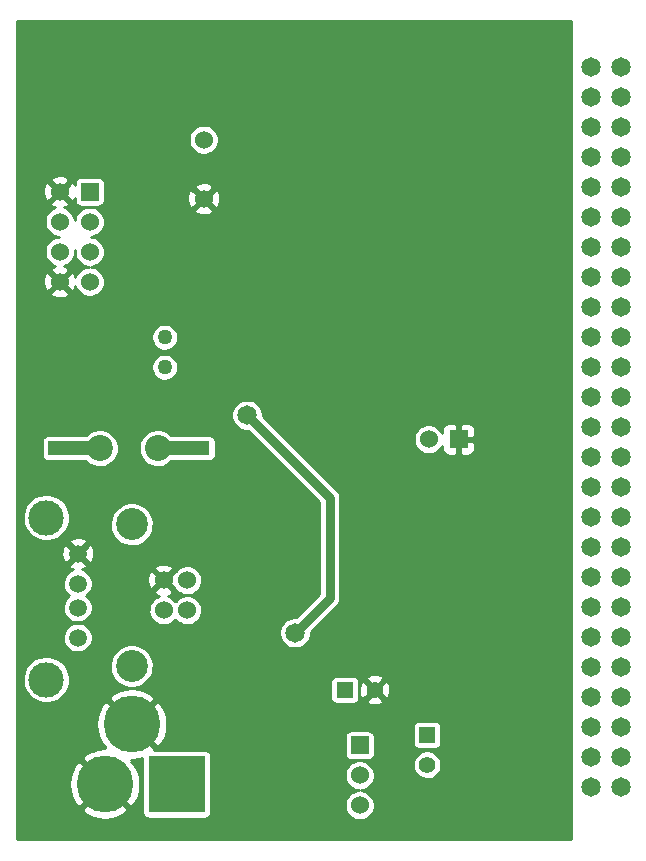
<source format=gbl>
G04 (created by PCBNEW-RS274X (2011-03-30 BZR 2932)-stable) date 28/04/2011 12:56:03 p.m.*
G01*
G70*
G90*
%MOIN*%
G04 Gerber Fmt 3.4, Leading zero omitted, Abs format*
%FSLAX34Y34*%
G04 APERTURE LIST*
%ADD10C,0.006000*%
%ADD11C,0.050000*%
%ADD12C,0.060000*%
%ADD13C,0.106300*%
%ADD14C,0.065000*%
%ADD15C,0.189000*%
%ADD16R,0.189000X0.189000*%
%ADD17R,0.060000X0.060000*%
%ADD18C,0.086600*%
%ADD19R,0.177200X0.047200*%
%ADD20C,0.059100*%
%ADD21C,0.118100*%
%ADD22R,0.055000X0.055000*%
%ADD23C,0.055000*%
%ADD24C,0.031500*%
%ADD25C,0.010000*%
G04 APERTURE END LIST*
G54D10*
G54D11*
X12700Y-16800D03*
X12700Y-15800D03*
G54D12*
X14000Y-09216D03*
X14000Y-11184D03*
X13450Y-23900D03*
X13450Y-24900D03*
X12663Y-24900D03*
X12663Y-23900D03*
G54D13*
X11600Y-22038D03*
X11600Y-26762D03*
G54D14*
X27900Y-18800D03*
X26900Y-18800D03*
X27900Y-17800D03*
X26900Y-17800D03*
X27900Y-16800D03*
X26900Y-16800D03*
X26900Y-13800D03*
X27900Y-13800D03*
X26900Y-14800D03*
X27900Y-14800D03*
X26900Y-15800D03*
X27900Y-15800D03*
X27900Y-09800D03*
X26900Y-09800D03*
X27900Y-08800D03*
X26900Y-08800D03*
X26900Y-10800D03*
X27900Y-10800D03*
X26900Y-11800D03*
X27900Y-11800D03*
X26900Y-12800D03*
X27900Y-12800D03*
X27900Y-24800D03*
X26900Y-24800D03*
X27900Y-23800D03*
X26900Y-23800D03*
X27900Y-22800D03*
X26900Y-22800D03*
X26900Y-19800D03*
X27900Y-19800D03*
X26900Y-20800D03*
X27900Y-20800D03*
X26900Y-21800D03*
X27900Y-21800D03*
X27900Y-27800D03*
X26900Y-27800D03*
X27900Y-26800D03*
X26900Y-26800D03*
X27900Y-25800D03*
X26900Y-25800D03*
X26900Y-06800D03*
X27900Y-06800D03*
X26900Y-07800D03*
X27900Y-07800D03*
X26900Y-28800D03*
X27900Y-28800D03*
X26900Y-29800D03*
X27900Y-29800D03*
X26900Y-30800D03*
X27900Y-30800D03*
G54D15*
X10700Y-30700D03*
G54D16*
X13100Y-30700D03*
G54D15*
X11600Y-28700D03*
G54D17*
X22500Y-19200D03*
G54D12*
X21500Y-19200D03*
G54D17*
X19200Y-29400D03*
G54D12*
X19200Y-30400D03*
X19200Y-31400D03*
G54D18*
X10535Y-19500D03*
G54D19*
X13311Y-19500D03*
X09689Y-19500D03*
G54D18*
X12465Y-19500D03*
G54D17*
X10200Y-10950D03*
G54D12*
X09200Y-10950D03*
X10200Y-11950D03*
X09200Y-11950D03*
X10200Y-12950D03*
X09200Y-12950D03*
X10200Y-13950D03*
X09200Y-13950D03*
G54D20*
X09803Y-23009D03*
X09803Y-24009D03*
X09803Y-24809D03*
X09803Y-25809D03*
G54D21*
X08753Y-21809D03*
X08753Y-27209D03*
G54D22*
X18700Y-27550D03*
G54D23*
X19700Y-27550D03*
G54D22*
X21450Y-29050D03*
G54D23*
X21450Y-30050D03*
G54D14*
X15450Y-18400D03*
X17050Y-25650D03*
X19800Y-20700D03*
X16550Y-10450D03*
X23300Y-14200D03*
X23150Y-20400D03*
X17425Y-23225D03*
X10200Y-15000D03*
X10200Y-17600D03*
X15125Y-20350D03*
G54D24*
X18200Y-21150D02*
X15450Y-18400D01*
X18200Y-24500D02*
X18200Y-21150D01*
X17050Y-25650D02*
X18200Y-24500D01*
G54D25*
X20100Y-20400D02*
X23150Y-20400D01*
X19800Y-20700D02*
X20100Y-20400D01*
X13800Y-17600D02*
X13800Y-13200D01*
X13800Y-13200D02*
X16550Y-10450D01*
X19600Y-10500D02*
X23300Y-14200D01*
X16550Y-10450D02*
X16600Y-10500D01*
X16600Y-10500D02*
X19600Y-10500D01*
X23300Y-20250D02*
X23300Y-14200D01*
X23150Y-20400D02*
X23300Y-20250D01*
X15125Y-20350D02*
X15125Y-20925D01*
X15125Y-20925D02*
X17425Y-23225D01*
X10200Y-17600D02*
X13800Y-17600D01*
X15125Y-18925D02*
X15125Y-20350D01*
X13800Y-17600D02*
X14500Y-18300D01*
X14500Y-18300D02*
X15125Y-18925D01*
X10200Y-15000D02*
X10200Y-17600D01*
X13311Y-19500D02*
X12465Y-19500D01*
X09689Y-19500D02*
X10535Y-19500D01*
G54D10*
G36*
X26250Y-32525D02*
X23050Y-32525D01*
X23050Y-19527D01*
X23050Y-19478D01*
X23050Y-19312D01*
X23050Y-19088D01*
X23050Y-18922D01*
X23050Y-18873D01*
X23040Y-18825D01*
X23021Y-18780D01*
X22993Y-18740D01*
X22958Y-18705D01*
X22917Y-18678D01*
X22872Y-18659D01*
X22824Y-18650D01*
X22612Y-18650D01*
X22550Y-18712D01*
X22550Y-19150D01*
X22988Y-19150D01*
X23050Y-19088D01*
X23050Y-19312D01*
X22988Y-19250D01*
X22550Y-19250D01*
X22550Y-19688D01*
X22612Y-19750D01*
X22824Y-19750D01*
X22872Y-19741D01*
X22917Y-19722D01*
X22958Y-19695D01*
X22993Y-19660D01*
X23021Y-19620D01*
X23040Y-19575D01*
X23050Y-19527D01*
X23050Y-32525D01*
X22450Y-32525D01*
X22450Y-19688D01*
X22450Y-19300D01*
X22450Y-19250D01*
X22450Y-19150D01*
X22450Y-19100D01*
X22450Y-18712D01*
X22388Y-18650D01*
X22176Y-18650D01*
X22128Y-18659D01*
X22083Y-18678D01*
X22042Y-18705D01*
X22007Y-18740D01*
X21979Y-18780D01*
X21960Y-18825D01*
X21950Y-18873D01*
X21950Y-18922D01*
X21950Y-18978D01*
X21944Y-18964D01*
X21889Y-18882D01*
X21820Y-18813D01*
X21739Y-18758D01*
X21649Y-18720D01*
X21553Y-18700D01*
X21454Y-18700D01*
X21358Y-18718D01*
X21267Y-18755D01*
X21185Y-18808D01*
X21115Y-18877D01*
X21060Y-18958D01*
X21021Y-19048D01*
X21001Y-19144D01*
X20999Y-19242D01*
X21017Y-19338D01*
X21053Y-19430D01*
X21106Y-19512D01*
X21174Y-19583D01*
X21255Y-19639D01*
X21345Y-19678D01*
X21440Y-19699D01*
X21539Y-19701D01*
X21635Y-19684D01*
X21726Y-19648D01*
X21809Y-19596D01*
X21880Y-19528D01*
X21937Y-19448D01*
X21950Y-19419D01*
X21950Y-19478D01*
X21950Y-19527D01*
X21960Y-19575D01*
X21979Y-19620D01*
X22007Y-19660D01*
X22042Y-19695D01*
X22083Y-19722D01*
X22128Y-19741D01*
X22176Y-19750D01*
X22388Y-19750D01*
X22450Y-19688D01*
X22450Y-32525D01*
X21925Y-32525D01*
X21925Y-30003D01*
X21924Y-29997D01*
X21924Y-29345D01*
X21924Y-29306D01*
X21924Y-28755D01*
X21916Y-28717D01*
X21901Y-28681D01*
X21880Y-28648D01*
X21852Y-28621D01*
X21820Y-28599D01*
X21784Y-28584D01*
X21745Y-28576D01*
X21706Y-28576D01*
X21155Y-28576D01*
X21117Y-28584D01*
X21081Y-28599D01*
X21048Y-28620D01*
X21021Y-28648D01*
X20999Y-28680D01*
X20984Y-28716D01*
X20976Y-28755D01*
X20976Y-28794D01*
X20976Y-29345D01*
X20984Y-29383D01*
X20999Y-29419D01*
X21020Y-29452D01*
X21048Y-29479D01*
X21080Y-29501D01*
X21116Y-29516D01*
X21155Y-29524D01*
X21194Y-29524D01*
X21745Y-29524D01*
X21783Y-29516D01*
X21819Y-29501D01*
X21852Y-29480D01*
X21879Y-29452D01*
X21901Y-29420D01*
X21916Y-29384D01*
X21924Y-29345D01*
X21924Y-29997D01*
X21907Y-29912D01*
X21871Y-29826D01*
X21820Y-29748D01*
X21754Y-29682D01*
X21677Y-29630D01*
X21591Y-29594D01*
X21499Y-29575D01*
X21406Y-29575D01*
X21315Y-29592D01*
X21228Y-29627D01*
X21151Y-29678D01*
X21084Y-29744D01*
X21032Y-29820D01*
X20995Y-29906D01*
X20976Y-29997D01*
X20974Y-30090D01*
X20991Y-30182D01*
X21026Y-30269D01*
X21076Y-30347D01*
X21141Y-30414D01*
X21218Y-30467D01*
X21303Y-30504D01*
X21394Y-30524D01*
X21487Y-30526D01*
X21579Y-30510D01*
X21666Y-30476D01*
X21744Y-30426D01*
X21812Y-30362D01*
X21865Y-30285D01*
X21903Y-30200D01*
X21924Y-30109D01*
X21925Y-30003D01*
X21925Y-32525D01*
X20225Y-32525D01*
X20225Y-27522D01*
X20209Y-27420D01*
X20174Y-27324D01*
X20152Y-27283D01*
X20061Y-27260D01*
X19990Y-27331D01*
X19990Y-27189D01*
X19967Y-27098D01*
X19874Y-27055D01*
X19774Y-27030D01*
X19672Y-27025D01*
X19570Y-27041D01*
X19474Y-27076D01*
X19433Y-27098D01*
X19410Y-27189D01*
X19700Y-27479D01*
X19990Y-27189D01*
X19990Y-27331D01*
X19771Y-27550D01*
X20061Y-27840D01*
X20152Y-27817D01*
X20195Y-27724D01*
X20220Y-27624D01*
X20225Y-27522D01*
X20225Y-32525D01*
X19990Y-32525D01*
X19990Y-27911D01*
X19700Y-27621D01*
X19629Y-27692D01*
X19629Y-27550D01*
X19339Y-27260D01*
X19248Y-27283D01*
X19205Y-27376D01*
X19180Y-27476D01*
X19175Y-27578D01*
X19191Y-27680D01*
X19226Y-27776D01*
X19248Y-27817D01*
X19339Y-27840D01*
X19629Y-27550D01*
X19629Y-27692D01*
X19410Y-27911D01*
X19433Y-28002D01*
X19526Y-28045D01*
X19626Y-28070D01*
X19728Y-28075D01*
X19830Y-28059D01*
X19926Y-28024D01*
X19967Y-28002D01*
X19990Y-27911D01*
X19990Y-32525D01*
X19700Y-32525D01*
X19700Y-31351D01*
X19681Y-31255D01*
X19644Y-31164D01*
X19589Y-31082D01*
X19520Y-31013D01*
X19439Y-30958D01*
X19349Y-30920D01*
X19253Y-30900D01*
X19244Y-30900D01*
X19335Y-30884D01*
X19426Y-30848D01*
X19509Y-30796D01*
X19580Y-30728D01*
X19637Y-30648D01*
X19677Y-30559D01*
X19698Y-30463D01*
X19700Y-30351D01*
X19699Y-30345D01*
X19699Y-29720D01*
X19699Y-29681D01*
X19699Y-29080D01*
X19691Y-29042D01*
X19676Y-29006D01*
X19655Y-28973D01*
X19627Y-28946D01*
X19595Y-28924D01*
X19559Y-28909D01*
X19520Y-28901D01*
X19481Y-28901D01*
X19174Y-28901D01*
X19174Y-27845D01*
X19174Y-27806D01*
X19174Y-27255D01*
X19166Y-27217D01*
X19151Y-27181D01*
X19130Y-27148D01*
X19102Y-27121D01*
X19070Y-27099D01*
X19034Y-27084D01*
X18995Y-27076D01*
X18956Y-27076D01*
X18557Y-27076D01*
X18557Y-24505D01*
X18557Y-24501D01*
X18557Y-24500D01*
X18557Y-21153D01*
X18557Y-21150D01*
X18555Y-21132D01*
X18551Y-21084D01*
X18550Y-21081D01*
X18532Y-21018D01*
X18530Y-21014D01*
X18524Y-21002D01*
X18499Y-20955D01*
X18497Y-20953D01*
X18497Y-20952D01*
X18479Y-20931D01*
X18456Y-20901D01*
X18454Y-20899D01*
X18453Y-20898D01*
X18447Y-20893D01*
X15972Y-18418D01*
X15974Y-18349D01*
X15954Y-18248D01*
X15915Y-18153D01*
X15858Y-18068D01*
X15786Y-17995D01*
X15701Y-17937D01*
X15606Y-17897D01*
X15505Y-17876D01*
X15403Y-17876D01*
X15302Y-17895D01*
X15206Y-17933D01*
X15120Y-17989D01*
X15047Y-18061D01*
X14989Y-18146D01*
X14948Y-18240D01*
X14927Y-18341D01*
X14925Y-18444D01*
X14944Y-18545D01*
X14982Y-18640D01*
X15037Y-18727D01*
X15108Y-18801D01*
X15193Y-18859D01*
X15287Y-18901D01*
X15387Y-18923D01*
X15470Y-18924D01*
X17843Y-21297D01*
X17843Y-24352D01*
X17069Y-25126D01*
X17003Y-25126D01*
X16902Y-25145D01*
X16806Y-25183D01*
X16720Y-25239D01*
X16647Y-25311D01*
X16589Y-25396D01*
X16548Y-25490D01*
X16527Y-25591D01*
X16525Y-25694D01*
X16544Y-25795D01*
X16582Y-25890D01*
X16637Y-25977D01*
X16708Y-26051D01*
X16793Y-26109D01*
X16887Y-26151D01*
X16987Y-26173D01*
X17090Y-26175D01*
X17191Y-26157D01*
X17287Y-26120D01*
X17374Y-26065D01*
X17448Y-25994D01*
X17508Y-25910D01*
X17549Y-25817D01*
X17572Y-25716D01*
X17573Y-25630D01*
X18449Y-24755D01*
X18450Y-24755D01*
X18450Y-24754D01*
X18452Y-24753D01*
X18459Y-24744D01*
X18495Y-24702D01*
X18496Y-24699D01*
X18528Y-24641D01*
X18529Y-24637D01*
X18549Y-24574D01*
X18549Y-24572D01*
X18550Y-24570D01*
X18553Y-24533D01*
X18557Y-24505D01*
X18557Y-27076D01*
X18405Y-27076D01*
X18367Y-27084D01*
X18331Y-27099D01*
X18298Y-27120D01*
X18271Y-27148D01*
X18249Y-27180D01*
X18234Y-27216D01*
X18226Y-27255D01*
X18226Y-27294D01*
X18226Y-27845D01*
X18234Y-27883D01*
X18249Y-27919D01*
X18270Y-27952D01*
X18298Y-27979D01*
X18330Y-28001D01*
X18366Y-28016D01*
X18405Y-28024D01*
X18444Y-28024D01*
X18995Y-28024D01*
X19033Y-28016D01*
X19069Y-28001D01*
X19102Y-27980D01*
X19129Y-27952D01*
X19151Y-27920D01*
X19166Y-27884D01*
X19174Y-27845D01*
X19174Y-28901D01*
X18880Y-28901D01*
X18842Y-28909D01*
X18806Y-28924D01*
X18773Y-28945D01*
X18746Y-28973D01*
X18724Y-29005D01*
X18709Y-29041D01*
X18701Y-29080D01*
X18701Y-29119D01*
X18701Y-29720D01*
X18709Y-29758D01*
X18724Y-29794D01*
X18745Y-29827D01*
X18773Y-29854D01*
X18805Y-29876D01*
X18841Y-29891D01*
X18880Y-29899D01*
X18919Y-29899D01*
X19520Y-29899D01*
X19558Y-29891D01*
X19594Y-29876D01*
X19627Y-29855D01*
X19654Y-29827D01*
X19676Y-29795D01*
X19691Y-29759D01*
X19699Y-29720D01*
X19699Y-30345D01*
X19681Y-30255D01*
X19644Y-30164D01*
X19589Y-30082D01*
X19520Y-30013D01*
X19439Y-29958D01*
X19349Y-29920D01*
X19253Y-29900D01*
X19154Y-29900D01*
X19058Y-29918D01*
X18967Y-29955D01*
X18885Y-30008D01*
X18815Y-30077D01*
X18760Y-30158D01*
X18721Y-30248D01*
X18701Y-30344D01*
X18699Y-30442D01*
X18717Y-30538D01*
X18753Y-30630D01*
X18806Y-30712D01*
X18874Y-30783D01*
X18955Y-30839D01*
X19045Y-30878D01*
X19140Y-30899D01*
X19189Y-30900D01*
X19154Y-30900D01*
X19058Y-30918D01*
X18967Y-30955D01*
X18885Y-31008D01*
X18815Y-31077D01*
X18760Y-31158D01*
X18721Y-31248D01*
X18701Y-31344D01*
X18699Y-31442D01*
X18717Y-31538D01*
X18753Y-31630D01*
X18806Y-31712D01*
X18874Y-31783D01*
X18955Y-31839D01*
X19045Y-31878D01*
X19140Y-31899D01*
X19239Y-31901D01*
X19335Y-31884D01*
X19426Y-31848D01*
X19509Y-31796D01*
X19580Y-31728D01*
X19637Y-31648D01*
X19677Y-31559D01*
X19698Y-31463D01*
X19700Y-31351D01*
X19700Y-32525D01*
X14549Y-32525D01*
X14549Y-11157D01*
X14533Y-11051D01*
X14500Y-10958D01*
X14500Y-09167D01*
X14481Y-09071D01*
X14444Y-08980D01*
X14389Y-08898D01*
X14320Y-08829D01*
X14239Y-08774D01*
X14149Y-08736D01*
X14053Y-08716D01*
X13954Y-08716D01*
X13858Y-08734D01*
X13767Y-08771D01*
X13685Y-08824D01*
X13615Y-08893D01*
X13560Y-08974D01*
X13521Y-09064D01*
X13501Y-09160D01*
X13499Y-09258D01*
X13517Y-09354D01*
X13553Y-09446D01*
X13606Y-09528D01*
X13674Y-09599D01*
X13755Y-09655D01*
X13845Y-09694D01*
X13940Y-09715D01*
X14039Y-09717D01*
X14135Y-09700D01*
X14226Y-09664D01*
X14309Y-09612D01*
X14380Y-09544D01*
X14437Y-09464D01*
X14477Y-09375D01*
X14498Y-09279D01*
X14500Y-09167D01*
X14500Y-10958D01*
X14497Y-10950D01*
X14472Y-10903D01*
X14378Y-10876D01*
X14308Y-10946D01*
X14308Y-10806D01*
X14281Y-10712D01*
X14184Y-10666D01*
X14080Y-10640D01*
X13973Y-10635D01*
X13867Y-10651D01*
X13766Y-10687D01*
X13719Y-10712D01*
X13692Y-10806D01*
X14000Y-11113D01*
X14308Y-10806D01*
X14308Y-10946D01*
X14071Y-11184D01*
X14378Y-11492D01*
X14472Y-11465D01*
X14518Y-11368D01*
X14544Y-11264D01*
X14549Y-11157D01*
X14549Y-32525D01*
X14396Y-32525D01*
X14396Y-19756D01*
X14396Y-19717D01*
X14396Y-19244D01*
X14388Y-19206D01*
X14373Y-19170D01*
X14352Y-19137D01*
X14324Y-19110D01*
X14308Y-19099D01*
X14308Y-11562D01*
X14000Y-11255D01*
X13929Y-11325D01*
X13929Y-11184D01*
X13622Y-10876D01*
X13528Y-10903D01*
X13482Y-11000D01*
X13456Y-11104D01*
X13451Y-11211D01*
X13467Y-11317D01*
X13503Y-11418D01*
X13528Y-11465D01*
X13622Y-11492D01*
X13929Y-11184D01*
X13929Y-11325D01*
X13692Y-11562D01*
X13719Y-11656D01*
X13816Y-11702D01*
X13920Y-11728D01*
X14027Y-11733D01*
X14133Y-11717D01*
X14234Y-11681D01*
X14281Y-11656D01*
X14308Y-11562D01*
X14308Y-19099D01*
X14292Y-19088D01*
X14256Y-19073D01*
X14217Y-19065D01*
X14178Y-19065D01*
X13150Y-19065D01*
X13150Y-16756D01*
X13150Y-15756D01*
X13133Y-15669D01*
X13099Y-15588D01*
X13050Y-15514D01*
X12988Y-15452D01*
X12915Y-15402D01*
X12834Y-15368D01*
X12747Y-15350D01*
X12659Y-15350D01*
X12572Y-15366D01*
X12491Y-15399D01*
X12417Y-15448D01*
X12354Y-15509D01*
X12304Y-15582D01*
X12269Y-15663D01*
X12251Y-15749D01*
X12249Y-15838D01*
X12265Y-15925D01*
X12298Y-16007D01*
X12346Y-16081D01*
X12407Y-16144D01*
X12479Y-16195D01*
X12560Y-16230D01*
X12646Y-16249D01*
X12735Y-16251D01*
X12821Y-16236D01*
X12904Y-16204D01*
X12978Y-16156D01*
X13042Y-16096D01*
X13093Y-16023D01*
X13129Y-15943D01*
X13149Y-15857D01*
X13150Y-15756D01*
X13150Y-16756D01*
X13133Y-16669D01*
X13099Y-16588D01*
X13050Y-16514D01*
X12988Y-16452D01*
X12915Y-16402D01*
X12834Y-16368D01*
X12747Y-16350D01*
X12659Y-16350D01*
X12572Y-16366D01*
X12491Y-16399D01*
X12417Y-16448D01*
X12354Y-16509D01*
X12304Y-16582D01*
X12269Y-16663D01*
X12251Y-16749D01*
X12249Y-16838D01*
X12265Y-16925D01*
X12298Y-17007D01*
X12346Y-17081D01*
X12407Y-17144D01*
X12479Y-17195D01*
X12560Y-17230D01*
X12646Y-17249D01*
X12735Y-17251D01*
X12821Y-17236D01*
X12904Y-17204D01*
X12978Y-17156D01*
X13042Y-17096D01*
X13093Y-17023D01*
X13129Y-16943D01*
X13149Y-16857D01*
X13150Y-16756D01*
X13150Y-19065D01*
X12925Y-19065D01*
X12870Y-19010D01*
X12768Y-18941D01*
X12653Y-18892D01*
X12532Y-18867D01*
X12407Y-18867D01*
X12285Y-18890D01*
X12170Y-18936D01*
X12067Y-19004D01*
X11978Y-19091D01*
X11908Y-19194D01*
X11859Y-19308D01*
X11833Y-19429D01*
X11831Y-19553D01*
X11854Y-19675D01*
X11899Y-19791D01*
X11967Y-19895D01*
X12053Y-19984D01*
X12155Y-20055D01*
X12268Y-20105D01*
X12390Y-20132D01*
X12514Y-20134D01*
X12636Y-20113D01*
X12752Y-20068D01*
X12857Y-20001D01*
X12926Y-19935D01*
X14217Y-19935D01*
X14255Y-19927D01*
X14291Y-19912D01*
X14324Y-19891D01*
X14351Y-19863D01*
X14373Y-19831D01*
X14388Y-19795D01*
X14396Y-19756D01*
X14396Y-32525D01*
X14244Y-32525D01*
X14244Y-31665D01*
X14244Y-31626D01*
X14244Y-29735D01*
X14236Y-29697D01*
X14221Y-29661D01*
X14200Y-29628D01*
X14172Y-29601D01*
X14140Y-29579D01*
X14104Y-29564D01*
X14065Y-29556D01*
X14026Y-29556D01*
X13950Y-29556D01*
X13950Y-24851D01*
X13931Y-24755D01*
X13894Y-24664D01*
X13839Y-24582D01*
X13770Y-24513D01*
X13689Y-24458D01*
X13599Y-24420D01*
X13503Y-24400D01*
X13494Y-24400D01*
X13585Y-24384D01*
X13676Y-24348D01*
X13759Y-24296D01*
X13830Y-24228D01*
X13887Y-24148D01*
X13927Y-24059D01*
X13948Y-23963D01*
X13950Y-23851D01*
X13931Y-23755D01*
X13894Y-23664D01*
X13839Y-23582D01*
X13770Y-23513D01*
X13689Y-23458D01*
X13599Y-23420D01*
X13503Y-23400D01*
X13404Y-23400D01*
X13308Y-23418D01*
X13217Y-23455D01*
X13135Y-23508D01*
X13065Y-23577D01*
X13052Y-23595D01*
X13041Y-23592D01*
X12971Y-23662D01*
X12971Y-23522D01*
X12944Y-23428D01*
X12847Y-23382D01*
X12743Y-23356D01*
X12636Y-23351D01*
X12530Y-23367D01*
X12429Y-23403D01*
X12382Y-23428D01*
X12355Y-23522D01*
X12663Y-23829D01*
X12971Y-23522D01*
X12971Y-23662D01*
X12734Y-23900D01*
X13041Y-24208D01*
X13051Y-24204D01*
X13056Y-24212D01*
X13124Y-24283D01*
X13205Y-24339D01*
X13295Y-24378D01*
X13390Y-24399D01*
X13439Y-24400D01*
X13404Y-24400D01*
X13308Y-24418D01*
X13217Y-24455D01*
X13135Y-24508D01*
X13065Y-24577D01*
X13056Y-24589D01*
X13052Y-24582D01*
X12983Y-24513D01*
X12902Y-24458D01*
X12821Y-24423D01*
X12897Y-24397D01*
X12944Y-24372D01*
X12971Y-24278D01*
X12663Y-23971D01*
X12592Y-24041D01*
X12592Y-23900D01*
X12330Y-23637D01*
X12330Y-21966D01*
X12302Y-21826D01*
X12247Y-21693D01*
X12168Y-21574D01*
X12067Y-21473D01*
X11949Y-21393D01*
X11817Y-21337D01*
X11676Y-21308D01*
X11533Y-21308D01*
X11392Y-21334D01*
X11260Y-21388D01*
X11168Y-21448D01*
X11168Y-19438D01*
X11144Y-19316D01*
X11097Y-19201D01*
X11028Y-19098D01*
X10940Y-19010D01*
X10838Y-18941D01*
X10723Y-18892D01*
X10700Y-18887D01*
X10700Y-13901D01*
X10681Y-13805D01*
X10644Y-13714D01*
X10589Y-13632D01*
X10520Y-13563D01*
X10439Y-13508D01*
X10349Y-13470D01*
X10253Y-13450D01*
X10244Y-13450D01*
X10335Y-13434D01*
X10426Y-13398D01*
X10509Y-13346D01*
X10580Y-13278D01*
X10637Y-13198D01*
X10677Y-13109D01*
X10698Y-13013D01*
X10700Y-12901D01*
X10681Y-12805D01*
X10644Y-12714D01*
X10589Y-12632D01*
X10520Y-12563D01*
X10439Y-12508D01*
X10349Y-12470D01*
X10253Y-12450D01*
X10244Y-12450D01*
X10335Y-12434D01*
X10426Y-12398D01*
X10509Y-12346D01*
X10580Y-12278D01*
X10637Y-12198D01*
X10677Y-12109D01*
X10698Y-12013D01*
X10700Y-11901D01*
X10699Y-11895D01*
X10699Y-11270D01*
X10699Y-11231D01*
X10699Y-10630D01*
X10691Y-10592D01*
X10676Y-10556D01*
X10655Y-10523D01*
X10627Y-10496D01*
X10595Y-10474D01*
X10559Y-10459D01*
X10520Y-10451D01*
X10481Y-10451D01*
X09880Y-10451D01*
X09842Y-10459D01*
X09806Y-10474D01*
X09773Y-10495D01*
X09746Y-10523D01*
X09724Y-10555D01*
X09709Y-10591D01*
X09701Y-10630D01*
X09701Y-10669D01*
X09701Y-10727D01*
X09697Y-10716D01*
X09672Y-10669D01*
X09578Y-10642D01*
X09508Y-10712D01*
X09508Y-10572D01*
X09481Y-10478D01*
X09384Y-10432D01*
X09280Y-10406D01*
X09173Y-10401D01*
X09067Y-10417D01*
X08966Y-10453D01*
X08919Y-10478D01*
X08892Y-10572D01*
X09200Y-10879D01*
X09508Y-10572D01*
X09508Y-10712D01*
X09271Y-10950D01*
X09578Y-11258D01*
X09672Y-11231D01*
X09701Y-11169D01*
X09701Y-11270D01*
X09709Y-11308D01*
X09724Y-11344D01*
X09745Y-11377D01*
X09773Y-11404D01*
X09805Y-11426D01*
X09841Y-11441D01*
X09880Y-11449D01*
X09919Y-11449D01*
X10520Y-11449D01*
X10558Y-11441D01*
X10594Y-11426D01*
X10627Y-11405D01*
X10654Y-11377D01*
X10676Y-11345D01*
X10691Y-11309D01*
X10699Y-11270D01*
X10699Y-11895D01*
X10681Y-11805D01*
X10644Y-11714D01*
X10589Y-11632D01*
X10520Y-11563D01*
X10439Y-11508D01*
X10349Y-11470D01*
X10253Y-11450D01*
X10154Y-11450D01*
X10058Y-11468D01*
X09967Y-11505D01*
X09885Y-11558D01*
X09815Y-11627D01*
X09760Y-11708D01*
X09721Y-11798D01*
X09701Y-11894D01*
X09700Y-11901D01*
X09681Y-11805D01*
X09644Y-11714D01*
X09589Y-11632D01*
X09520Y-11563D01*
X09439Y-11508D01*
X09358Y-11473D01*
X09434Y-11447D01*
X09481Y-11422D01*
X09508Y-11328D01*
X09200Y-11021D01*
X09129Y-11091D01*
X09129Y-10950D01*
X08822Y-10642D01*
X08728Y-10669D01*
X08682Y-10766D01*
X08656Y-10870D01*
X08651Y-10977D01*
X08667Y-11083D01*
X08703Y-11184D01*
X08728Y-11231D01*
X08822Y-11258D01*
X09129Y-10950D01*
X09129Y-11091D01*
X08892Y-11328D01*
X08919Y-11422D01*
X09016Y-11468D01*
X09042Y-11474D01*
X08967Y-11505D01*
X08885Y-11558D01*
X08815Y-11627D01*
X08760Y-11708D01*
X08721Y-11798D01*
X08701Y-11894D01*
X08699Y-11992D01*
X08717Y-12088D01*
X08753Y-12180D01*
X08806Y-12262D01*
X08874Y-12333D01*
X08955Y-12389D01*
X09045Y-12428D01*
X09140Y-12449D01*
X09189Y-12450D01*
X09154Y-12450D01*
X09058Y-12468D01*
X08967Y-12505D01*
X08885Y-12558D01*
X08815Y-12627D01*
X08760Y-12708D01*
X08721Y-12798D01*
X08701Y-12894D01*
X08699Y-12992D01*
X08717Y-13088D01*
X08753Y-13180D01*
X08806Y-13262D01*
X08874Y-13333D01*
X08955Y-13389D01*
X09041Y-13426D01*
X08966Y-13453D01*
X08919Y-13478D01*
X08892Y-13572D01*
X09200Y-13879D01*
X09508Y-13572D01*
X09481Y-13478D01*
X09384Y-13432D01*
X09357Y-13425D01*
X09426Y-13398D01*
X09509Y-13346D01*
X09580Y-13278D01*
X09637Y-13198D01*
X09677Y-13109D01*
X09698Y-13013D01*
X09700Y-12901D01*
X09699Y-12992D01*
X09717Y-13088D01*
X09753Y-13180D01*
X09806Y-13262D01*
X09874Y-13333D01*
X09955Y-13389D01*
X10045Y-13428D01*
X10140Y-13449D01*
X10189Y-13450D01*
X10154Y-13450D01*
X10058Y-13468D01*
X09967Y-13505D01*
X09885Y-13558D01*
X09815Y-13627D01*
X09760Y-13708D01*
X09723Y-13791D01*
X09697Y-13716D01*
X09672Y-13669D01*
X09578Y-13642D01*
X09271Y-13950D01*
X09578Y-14258D01*
X09672Y-14231D01*
X09718Y-14134D01*
X09724Y-14107D01*
X09753Y-14180D01*
X09806Y-14262D01*
X09874Y-14333D01*
X09955Y-14389D01*
X10045Y-14428D01*
X10140Y-14449D01*
X10239Y-14451D01*
X10335Y-14434D01*
X10426Y-14398D01*
X10509Y-14346D01*
X10580Y-14278D01*
X10637Y-14198D01*
X10677Y-14109D01*
X10698Y-14013D01*
X10700Y-13901D01*
X10700Y-18887D01*
X10602Y-18867D01*
X10477Y-18867D01*
X10355Y-18890D01*
X10240Y-18936D01*
X10137Y-19004D01*
X10074Y-19065D01*
X09508Y-19065D01*
X09508Y-14328D01*
X09200Y-14021D01*
X09129Y-14091D01*
X09129Y-13950D01*
X08822Y-13642D01*
X08728Y-13669D01*
X08682Y-13766D01*
X08656Y-13870D01*
X08651Y-13977D01*
X08667Y-14083D01*
X08703Y-14184D01*
X08728Y-14231D01*
X08822Y-14258D01*
X09129Y-13950D01*
X09129Y-14091D01*
X08892Y-14328D01*
X08919Y-14422D01*
X09016Y-14468D01*
X09120Y-14494D01*
X09227Y-14499D01*
X09333Y-14483D01*
X09434Y-14447D01*
X09481Y-14422D01*
X09508Y-14328D01*
X09508Y-19065D01*
X08783Y-19065D01*
X08745Y-19073D01*
X08709Y-19088D01*
X08676Y-19109D01*
X08649Y-19137D01*
X08627Y-19169D01*
X08612Y-19205D01*
X08604Y-19244D01*
X08604Y-19283D01*
X08604Y-19756D01*
X08612Y-19794D01*
X08627Y-19830D01*
X08648Y-19863D01*
X08676Y-19890D01*
X08708Y-19912D01*
X08744Y-19927D01*
X08783Y-19935D01*
X08822Y-19935D01*
X10075Y-19935D01*
X10123Y-19984D01*
X10225Y-20055D01*
X10338Y-20105D01*
X10460Y-20132D01*
X10584Y-20134D01*
X10706Y-20113D01*
X10822Y-20068D01*
X10927Y-20001D01*
X11016Y-19916D01*
X11088Y-19814D01*
X11138Y-19701D01*
X11166Y-19580D01*
X11168Y-19438D01*
X11168Y-21448D01*
X11140Y-21467D01*
X11038Y-21567D01*
X10957Y-21685D01*
X10901Y-21817D01*
X10871Y-21957D01*
X10869Y-22100D01*
X10895Y-22241D01*
X10948Y-22374D01*
X11025Y-22494D01*
X11125Y-22597D01*
X11243Y-22679D01*
X11374Y-22736D01*
X11514Y-22766D01*
X11657Y-22769D01*
X11798Y-22744D01*
X11931Y-22693D01*
X12052Y-22616D01*
X12156Y-22517D01*
X12238Y-22400D01*
X12296Y-22269D01*
X12328Y-22130D01*
X12330Y-21966D01*
X12330Y-23637D01*
X12285Y-23592D01*
X12191Y-23619D01*
X12145Y-23716D01*
X12119Y-23820D01*
X12114Y-23927D01*
X12130Y-24033D01*
X12166Y-24134D01*
X12191Y-24181D01*
X12285Y-24208D01*
X12592Y-23900D01*
X12592Y-24041D01*
X12355Y-24278D01*
X12382Y-24372D01*
X12479Y-24418D01*
X12505Y-24424D01*
X12430Y-24455D01*
X12348Y-24508D01*
X12278Y-24577D01*
X12223Y-24658D01*
X12184Y-24748D01*
X12164Y-24844D01*
X12162Y-24942D01*
X12180Y-25038D01*
X12216Y-25130D01*
X12269Y-25212D01*
X12337Y-25283D01*
X12418Y-25339D01*
X12508Y-25378D01*
X12603Y-25399D01*
X12702Y-25401D01*
X12798Y-25384D01*
X12889Y-25348D01*
X12972Y-25296D01*
X13043Y-25228D01*
X13055Y-25210D01*
X13056Y-25212D01*
X13124Y-25283D01*
X13205Y-25339D01*
X13295Y-25378D01*
X13390Y-25399D01*
X13489Y-25401D01*
X13585Y-25384D01*
X13676Y-25348D01*
X13759Y-25296D01*
X13830Y-25228D01*
X13887Y-25148D01*
X13927Y-25059D01*
X13948Y-24963D01*
X13950Y-24851D01*
X13950Y-29556D01*
X12794Y-29556D01*
X12794Y-28700D01*
X12771Y-28468D01*
X12704Y-28245D01*
X12594Y-28040D01*
X12435Y-27936D01*
X12364Y-28007D01*
X12364Y-27865D01*
X12330Y-27813D01*
X12330Y-26690D01*
X12302Y-26550D01*
X12247Y-26417D01*
X12168Y-26298D01*
X12067Y-26197D01*
X11949Y-26117D01*
X11817Y-26061D01*
X11676Y-26032D01*
X11533Y-26032D01*
X11392Y-26058D01*
X11260Y-26112D01*
X11140Y-26191D01*
X11038Y-26291D01*
X10957Y-26409D01*
X10901Y-26541D01*
X10871Y-26681D01*
X10869Y-26824D01*
X10895Y-26965D01*
X10948Y-27098D01*
X11025Y-27218D01*
X11125Y-27321D01*
X11243Y-27403D01*
X11374Y-27460D01*
X11514Y-27490D01*
X11657Y-27493D01*
X11798Y-27468D01*
X11931Y-27417D01*
X12052Y-27340D01*
X12156Y-27241D01*
X12238Y-27124D01*
X12296Y-26993D01*
X12328Y-26854D01*
X12330Y-26690D01*
X12330Y-27813D01*
X12260Y-27706D01*
X12055Y-27596D01*
X11832Y-27529D01*
X11600Y-27506D01*
X11368Y-27529D01*
X11145Y-27596D01*
X10940Y-27706D01*
X10836Y-27865D01*
X11600Y-28629D01*
X12364Y-27865D01*
X12364Y-28007D01*
X11671Y-28700D01*
X12435Y-29464D01*
X12594Y-29360D01*
X12704Y-29155D01*
X12771Y-28932D01*
X12794Y-28700D01*
X12794Y-29556D01*
X12350Y-29556D01*
X12364Y-29535D01*
X11635Y-28806D01*
X11600Y-28771D01*
X11529Y-28700D01*
X11494Y-28665D01*
X10765Y-27936D01*
X10606Y-28040D01*
X10496Y-28245D01*
X10429Y-28468D01*
X10406Y-28700D01*
X10429Y-28932D01*
X10496Y-29155D01*
X10606Y-29360D01*
X10722Y-29436D01*
X10681Y-29478D01*
X10709Y-29506D01*
X10700Y-29506D01*
X10468Y-29529D01*
X10347Y-29565D01*
X10347Y-22982D01*
X10332Y-22877D01*
X10297Y-22777D01*
X10271Y-22730D01*
X10178Y-22705D01*
X10107Y-22776D01*
X10107Y-22634D01*
X10082Y-22541D01*
X09985Y-22496D01*
X09882Y-22470D01*
X09776Y-22465D01*
X09671Y-22480D01*
X09571Y-22515D01*
X09542Y-22531D01*
X09542Y-21732D01*
X09512Y-21580D01*
X09453Y-21437D01*
X09368Y-21308D01*
X09259Y-21198D01*
X09130Y-21112D01*
X08988Y-21052D01*
X08836Y-21021D01*
X08682Y-21019D01*
X08530Y-21048D01*
X08386Y-21106D01*
X08257Y-21191D01*
X08146Y-21299D01*
X08058Y-21427D01*
X07997Y-21569D01*
X07965Y-21720D01*
X07963Y-21875D01*
X07991Y-22027D01*
X08048Y-22171D01*
X08132Y-22301D01*
X08239Y-22412D01*
X08366Y-22501D01*
X08508Y-22563D01*
X08659Y-22596D01*
X08813Y-22599D01*
X08966Y-22573D01*
X09110Y-22517D01*
X09241Y-22434D01*
X09353Y-22327D01*
X09442Y-22201D01*
X09505Y-22060D01*
X09539Y-21909D01*
X09542Y-21732D01*
X09542Y-22531D01*
X09524Y-22541D01*
X09499Y-22634D01*
X09803Y-22938D01*
X10107Y-22634D01*
X10107Y-22776D01*
X09874Y-23009D01*
X10178Y-23313D01*
X10271Y-23288D01*
X10316Y-23191D01*
X10342Y-23088D01*
X10347Y-22982D01*
X10347Y-29565D01*
X10298Y-29580D01*
X10298Y-25761D01*
X10298Y-24761D01*
X10279Y-24666D01*
X10242Y-24576D01*
X10189Y-24495D01*
X10120Y-24426D01*
X10095Y-24409D01*
X10109Y-24401D01*
X10179Y-24334D01*
X10235Y-24255D01*
X10275Y-24166D01*
X10296Y-24072D01*
X10298Y-23961D01*
X10279Y-23866D01*
X10242Y-23776D01*
X10189Y-23695D01*
X10120Y-23626D01*
X10040Y-23572D01*
X09951Y-23534D01*
X09948Y-23533D01*
X10035Y-23503D01*
X10082Y-23477D01*
X10107Y-23384D01*
X09803Y-23080D01*
X09732Y-23151D01*
X09732Y-23009D01*
X09428Y-22705D01*
X09335Y-22730D01*
X09290Y-22827D01*
X09264Y-22930D01*
X09259Y-23036D01*
X09274Y-23141D01*
X09309Y-23241D01*
X09335Y-23288D01*
X09428Y-23313D01*
X09732Y-23009D01*
X09732Y-23151D01*
X09499Y-23384D01*
X09524Y-23477D01*
X09621Y-23522D01*
X09662Y-23532D01*
X09573Y-23568D01*
X09492Y-23621D01*
X09422Y-23689D01*
X09367Y-23769D01*
X09329Y-23858D01*
X09309Y-23953D01*
X09307Y-24050D01*
X09325Y-24146D01*
X09360Y-24236D01*
X09413Y-24317D01*
X09480Y-24387D01*
X09510Y-24408D01*
X09492Y-24421D01*
X09422Y-24489D01*
X09367Y-24569D01*
X09329Y-24658D01*
X09309Y-24753D01*
X09307Y-24850D01*
X09325Y-24946D01*
X09360Y-25036D01*
X09413Y-25117D01*
X09480Y-25187D01*
X09560Y-25243D01*
X09649Y-25282D01*
X09744Y-25303D01*
X09841Y-25305D01*
X09936Y-25288D01*
X10027Y-25253D01*
X10109Y-25201D01*
X10179Y-25134D01*
X10235Y-25055D01*
X10275Y-24966D01*
X10296Y-24872D01*
X10298Y-24761D01*
X10298Y-25761D01*
X10279Y-25666D01*
X10242Y-25576D01*
X10189Y-25495D01*
X10120Y-25426D01*
X10040Y-25372D01*
X09951Y-25334D01*
X09856Y-25314D01*
X09758Y-25314D01*
X09663Y-25332D01*
X09573Y-25368D01*
X09492Y-25421D01*
X09422Y-25489D01*
X09367Y-25569D01*
X09329Y-25658D01*
X09309Y-25753D01*
X09307Y-25850D01*
X09325Y-25946D01*
X09360Y-26036D01*
X09413Y-26117D01*
X09480Y-26187D01*
X09560Y-26243D01*
X09649Y-26282D01*
X09744Y-26303D01*
X09841Y-26305D01*
X09936Y-26288D01*
X10027Y-26253D01*
X10109Y-26201D01*
X10179Y-26134D01*
X10235Y-26055D01*
X10275Y-25966D01*
X10296Y-25872D01*
X10298Y-25761D01*
X10298Y-29580D01*
X10245Y-29596D01*
X10040Y-29706D01*
X09936Y-29865D01*
X10665Y-30594D01*
X10700Y-30629D01*
X10771Y-30700D01*
X10806Y-30735D01*
X11535Y-31464D01*
X11694Y-31360D01*
X11804Y-31155D01*
X11871Y-30932D01*
X11894Y-30700D01*
X11871Y-30468D01*
X11804Y-30245D01*
X11694Y-30040D01*
X11577Y-29963D01*
X11619Y-29922D01*
X11590Y-29893D01*
X11600Y-29894D01*
X11832Y-29871D01*
X11956Y-29833D01*
X11956Y-31665D01*
X11964Y-31703D01*
X11979Y-31739D01*
X12000Y-31772D01*
X12028Y-31799D01*
X12060Y-31821D01*
X12096Y-31836D01*
X12135Y-31844D01*
X12174Y-31844D01*
X14065Y-31844D01*
X14103Y-31836D01*
X14139Y-31821D01*
X14172Y-31800D01*
X14199Y-31772D01*
X14221Y-31740D01*
X14236Y-31704D01*
X14244Y-31665D01*
X14244Y-32525D01*
X11894Y-32525D01*
X11464Y-32525D01*
X11464Y-31535D01*
X10700Y-30771D01*
X10629Y-30842D01*
X10629Y-30700D01*
X09865Y-29936D01*
X09706Y-30040D01*
X09596Y-30245D01*
X09542Y-30424D01*
X09542Y-27132D01*
X09512Y-26980D01*
X09453Y-26837D01*
X09368Y-26708D01*
X09259Y-26598D01*
X09130Y-26512D01*
X08988Y-26452D01*
X08836Y-26421D01*
X08682Y-26419D01*
X08530Y-26448D01*
X08386Y-26506D01*
X08257Y-26591D01*
X08146Y-26699D01*
X08058Y-26827D01*
X07997Y-26969D01*
X07965Y-27120D01*
X07963Y-27275D01*
X07991Y-27427D01*
X08048Y-27571D01*
X08132Y-27701D01*
X08239Y-27812D01*
X08366Y-27901D01*
X08508Y-27963D01*
X08659Y-27996D01*
X08813Y-27999D01*
X08966Y-27973D01*
X09110Y-27917D01*
X09241Y-27834D01*
X09353Y-27727D01*
X09442Y-27601D01*
X09505Y-27460D01*
X09539Y-27309D01*
X09542Y-27132D01*
X09542Y-30424D01*
X09529Y-30468D01*
X09506Y-30700D01*
X09529Y-30932D01*
X09596Y-31155D01*
X09706Y-31360D01*
X09865Y-31464D01*
X10629Y-30700D01*
X10629Y-30842D01*
X09936Y-31535D01*
X10040Y-31694D01*
X10245Y-31804D01*
X10468Y-31871D01*
X10700Y-31894D01*
X10932Y-31871D01*
X11155Y-31804D01*
X11360Y-31694D01*
X11464Y-31535D01*
X11464Y-32525D01*
X07775Y-32525D01*
X07775Y-07304D01*
X07775Y-07300D01*
X07775Y-05275D01*
X09996Y-05275D01*
X10000Y-05275D01*
X26250Y-05275D01*
X26250Y-32525D01*
X26250Y-32525D01*
G37*
G54D25*
X26250Y-32525D02*
X23050Y-32525D01*
X23050Y-19527D01*
X23050Y-19478D01*
X23050Y-19312D01*
X23050Y-19088D01*
X23050Y-18922D01*
X23050Y-18873D01*
X23040Y-18825D01*
X23021Y-18780D01*
X22993Y-18740D01*
X22958Y-18705D01*
X22917Y-18678D01*
X22872Y-18659D01*
X22824Y-18650D01*
X22612Y-18650D01*
X22550Y-18712D01*
X22550Y-19150D01*
X22988Y-19150D01*
X23050Y-19088D01*
X23050Y-19312D01*
X22988Y-19250D01*
X22550Y-19250D01*
X22550Y-19688D01*
X22612Y-19750D01*
X22824Y-19750D01*
X22872Y-19741D01*
X22917Y-19722D01*
X22958Y-19695D01*
X22993Y-19660D01*
X23021Y-19620D01*
X23040Y-19575D01*
X23050Y-19527D01*
X23050Y-32525D01*
X22450Y-32525D01*
X22450Y-19688D01*
X22450Y-19300D01*
X22450Y-19250D01*
X22450Y-19150D01*
X22450Y-19100D01*
X22450Y-18712D01*
X22388Y-18650D01*
X22176Y-18650D01*
X22128Y-18659D01*
X22083Y-18678D01*
X22042Y-18705D01*
X22007Y-18740D01*
X21979Y-18780D01*
X21960Y-18825D01*
X21950Y-18873D01*
X21950Y-18922D01*
X21950Y-18978D01*
X21944Y-18964D01*
X21889Y-18882D01*
X21820Y-18813D01*
X21739Y-18758D01*
X21649Y-18720D01*
X21553Y-18700D01*
X21454Y-18700D01*
X21358Y-18718D01*
X21267Y-18755D01*
X21185Y-18808D01*
X21115Y-18877D01*
X21060Y-18958D01*
X21021Y-19048D01*
X21001Y-19144D01*
X20999Y-19242D01*
X21017Y-19338D01*
X21053Y-19430D01*
X21106Y-19512D01*
X21174Y-19583D01*
X21255Y-19639D01*
X21345Y-19678D01*
X21440Y-19699D01*
X21539Y-19701D01*
X21635Y-19684D01*
X21726Y-19648D01*
X21809Y-19596D01*
X21880Y-19528D01*
X21937Y-19448D01*
X21950Y-19419D01*
X21950Y-19478D01*
X21950Y-19527D01*
X21960Y-19575D01*
X21979Y-19620D01*
X22007Y-19660D01*
X22042Y-19695D01*
X22083Y-19722D01*
X22128Y-19741D01*
X22176Y-19750D01*
X22388Y-19750D01*
X22450Y-19688D01*
X22450Y-32525D01*
X21925Y-32525D01*
X21925Y-30003D01*
X21924Y-29997D01*
X21924Y-29345D01*
X21924Y-29306D01*
X21924Y-28755D01*
X21916Y-28717D01*
X21901Y-28681D01*
X21880Y-28648D01*
X21852Y-28621D01*
X21820Y-28599D01*
X21784Y-28584D01*
X21745Y-28576D01*
X21706Y-28576D01*
X21155Y-28576D01*
X21117Y-28584D01*
X21081Y-28599D01*
X21048Y-28620D01*
X21021Y-28648D01*
X20999Y-28680D01*
X20984Y-28716D01*
X20976Y-28755D01*
X20976Y-28794D01*
X20976Y-29345D01*
X20984Y-29383D01*
X20999Y-29419D01*
X21020Y-29452D01*
X21048Y-29479D01*
X21080Y-29501D01*
X21116Y-29516D01*
X21155Y-29524D01*
X21194Y-29524D01*
X21745Y-29524D01*
X21783Y-29516D01*
X21819Y-29501D01*
X21852Y-29480D01*
X21879Y-29452D01*
X21901Y-29420D01*
X21916Y-29384D01*
X21924Y-29345D01*
X21924Y-29997D01*
X21907Y-29912D01*
X21871Y-29826D01*
X21820Y-29748D01*
X21754Y-29682D01*
X21677Y-29630D01*
X21591Y-29594D01*
X21499Y-29575D01*
X21406Y-29575D01*
X21315Y-29592D01*
X21228Y-29627D01*
X21151Y-29678D01*
X21084Y-29744D01*
X21032Y-29820D01*
X20995Y-29906D01*
X20976Y-29997D01*
X20974Y-30090D01*
X20991Y-30182D01*
X21026Y-30269D01*
X21076Y-30347D01*
X21141Y-30414D01*
X21218Y-30467D01*
X21303Y-30504D01*
X21394Y-30524D01*
X21487Y-30526D01*
X21579Y-30510D01*
X21666Y-30476D01*
X21744Y-30426D01*
X21812Y-30362D01*
X21865Y-30285D01*
X21903Y-30200D01*
X21924Y-30109D01*
X21925Y-30003D01*
X21925Y-32525D01*
X20225Y-32525D01*
X20225Y-27522D01*
X20209Y-27420D01*
X20174Y-27324D01*
X20152Y-27283D01*
X20061Y-27260D01*
X19990Y-27331D01*
X19990Y-27189D01*
X19967Y-27098D01*
X19874Y-27055D01*
X19774Y-27030D01*
X19672Y-27025D01*
X19570Y-27041D01*
X19474Y-27076D01*
X19433Y-27098D01*
X19410Y-27189D01*
X19700Y-27479D01*
X19990Y-27189D01*
X19990Y-27331D01*
X19771Y-27550D01*
X20061Y-27840D01*
X20152Y-27817D01*
X20195Y-27724D01*
X20220Y-27624D01*
X20225Y-27522D01*
X20225Y-32525D01*
X19990Y-32525D01*
X19990Y-27911D01*
X19700Y-27621D01*
X19629Y-27692D01*
X19629Y-27550D01*
X19339Y-27260D01*
X19248Y-27283D01*
X19205Y-27376D01*
X19180Y-27476D01*
X19175Y-27578D01*
X19191Y-27680D01*
X19226Y-27776D01*
X19248Y-27817D01*
X19339Y-27840D01*
X19629Y-27550D01*
X19629Y-27692D01*
X19410Y-27911D01*
X19433Y-28002D01*
X19526Y-28045D01*
X19626Y-28070D01*
X19728Y-28075D01*
X19830Y-28059D01*
X19926Y-28024D01*
X19967Y-28002D01*
X19990Y-27911D01*
X19990Y-32525D01*
X19700Y-32525D01*
X19700Y-31351D01*
X19681Y-31255D01*
X19644Y-31164D01*
X19589Y-31082D01*
X19520Y-31013D01*
X19439Y-30958D01*
X19349Y-30920D01*
X19253Y-30900D01*
X19244Y-30900D01*
X19335Y-30884D01*
X19426Y-30848D01*
X19509Y-30796D01*
X19580Y-30728D01*
X19637Y-30648D01*
X19677Y-30559D01*
X19698Y-30463D01*
X19700Y-30351D01*
X19699Y-30345D01*
X19699Y-29720D01*
X19699Y-29681D01*
X19699Y-29080D01*
X19691Y-29042D01*
X19676Y-29006D01*
X19655Y-28973D01*
X19627Y-28946D01*
X19595Y-28924D01*
X19559Y-28909D01*
X19520Y-28901D01*
X19481Y-28901D01*
X19174Y-28901D01*
X19174Y-27845D01*
X19174Y-27806D01*
X19174Y-27255D01*
X19166Y-27217D01*
X19151Y-27181D01*
X19130Y-27148D01*
X19102Y-27121D01*
X19070Y-27099D01*
X19034Y-27084D01*
X18995Y-27076D01*
X18956Y-27076D01*
X18557Y-27076D01*
X18557Y-24505D01*
X18557Y-24501D01*
X18557Y-24500D01*
X18557Y-21153D01*
X18557Y-21150D01*
X18555Y-21132D01*
X18551Y-21084D01*
X18550Y-21081D01*
X18532Y-21018D01*
X18530Y-21014D01*
X18524Y-21002D01*
X18499Y-20955D01*
X18497Y-20953D01*
X18497Y-20952D01*
X18479Y-20931D01*
X18456Y-20901D01*
X18454Y-20899D01*
X18453Y-20898D01*
X18447Y-20893D01*
X15972Y-18418D01*
X15974Y-18349D01*
X15954Y-18248D01*
X15915Y-18153D01*
X15858Y-18068D01*
X15786Y-17995D01*
X15701Y-17937D01*
X15606Y-17897D01*
X15505Y-17876D01*
X15403Y-17876D01*
X15302Y-17895D01*
X15206Y-17933D01*
X15120Y-17989D01*
X15047Y-18061D01*
X14989Y-18146D01*
X14948Y-18240D01*
X14927Y-18341D01*
X14925Y-18444D01*
X14944Y-18545D01*
X14982Y-18640D01*
X15037Y-18727D01*
X15108Y-18801D01*
X15193Y-18859D01*
X15287Y-18901D01*
X15387Y-18923D01*
X15470Y-18924D01*
X17843Y-21297D01*
X17843Y-24352D01*
X17069Y-25126D01*
X17003Y-25126D01*
X16902Y-25145D01*
X16806Y-25183D01*
X16720Y-25239D01*
X16647Y-25311D01*
X16589Y-25396D01*
X16548Y-25490D01*
X16527Y-25591D01*
X16525Y-25694D01*
X16544Y-25795D01*
X16582Y-25890D01*
X16637Y-25977D01*
X16708Y-26051D01*
X16793Y-26109D01*
X16887Y-26151D01*
X16987Y-26173D01*
X17090Y-26175D01*
X17191Y-26157D01*
X17287Y-26120D01*
X17374Y-26065D01*
X17448Y-25994D01*
X17508Y-25910D01*
X17549Y-25817D01*
X17572Y-25716D01*
X17573Y-25630D01*
X18449Y-24755D01*
X18450Y-24755D01*
X18450Y-24754D01*
X18452Y-24753D01*
X18459Y-24744D01*
X18495Y-24702D01*
X18496Y-24699D01*
X18528Y-24641D01*
X18529Y-24637D01*
X18549Y-24574D01*
X18549Y-24572D01*
X18550Y-24570D01*
X18553Y-24533D01*
X18557Y-24505D01*
X18557Y-27076D01*
X18405Y-27076D01*
X18367Y-27084D01*
X18331Y-27099D01*
X18298Y-27120D01*
X18271Y-27148D01*
X18249Y-27180D01*
X18234Y-27216D01*
X18226Y-27255D01*
X18226Y-27294D01*
X18226Y-27845D01*
X18234Y-27883D01*
X18249Y-27919D01*
X18270Y-27952D01*
X18298Y-27979D01*
X18330Y-28001D01*
X18366Y-28016D01*
X18405Y-28024D01*
X18444Y-28024D01*
X18995Y-28024D01*
X19033Y-28016D01*
X19069Y-28001D01*
X19102Y-27980D01*
X19129Y-27952D01*
X19151Y-27920D01*
X19166Y-27884D01*
X19174Y-27845D01*
X19174Y-28901D01*
X18880Y-28901D01*
X18842Y-28909D01*
X18806Y-28924D01*
X18773Y-28945D01*
X18746Y-28973D01*
X18724Y-29005D01*
X18709Y-29041D01*
X18701Y-29080D01*
X18701Y-29119D01*
X18701Y-29720D01*
X18709Y-29758D01*
X18724Y-29794D01*
X18745Y-29827D01*
X18773Y-29854D01*
X18805Y-29876D01*
X18841Y-29891D01*
X18880Y-29899D01*
X18919Y-29899D01*
X19520Y-29899D01*
X19558Y-29891D01*
X19594Y-29876D01*
X19627Y-29855D01*
X19654Y-29827D01*
X19676Y-29795D01*
X19691Y-29759D01*
X19699Y-29720D01*
X19699Y-30345D01*
X19681Y-30255D01*
X19644Y-30164D01*
X19589Y-30082D01*
X19520Y-30013D01*
X19439Y-29958D01*
X19349Y-29920D01*
X19253Y-29900D01*
X19154Y-29900D01*
X19058Y-29918D01*
X18967Y-29955D01*
X18885Y-30008D01*
X18815Y-30077D01*
X18760Y-30158D01*
X18721Y-30248D01*
X18701Y-30344D01*
X18699Y-30442D01*
X18717Y-30538D01*
X18753Y-30630D01*
X18806Y-30712D01*
X18874Y-30783D01*
X18955Y-30839D01*
X19045Y-30878D01*
X19140Y-30899D01*
X19189Y-30900D01*
X19154Y-30900D01*
X19058Y-30918D01*
X18967Y-30955D01*
X18885Y-31008D01*
X18815Y-31077D01*
X18760Y-31158D01*
X18721Y-31248D01*
X18701Y-31344D01*
X18699Y-31442D01*
X18717Y-31538D01*
X18753Y-31630D01*
X18806Y-31712D01*
X18874Y-31783D01*
X18955Y-31839D01*
X19045Y-31878D01*
X19140Y-31899D01*
X19239Y-31901D01*
X19335Y-31884D01*
X19426Y-31848D01*
X19509Y-31796D01*
X19580Y-31728D01*
X19637Y-31648D01*
X19677Y-31559D01*
X19698Y-31463D01*
X19700Y-31351D01*
X19700Y-32525D01*
X14549Y-32525D01*
X14549Y-11157D01*
X14533Y-11051D01*
X14500Y-10958D01*
X14500Y-09167D01*
X14481Y-09071D01*
X14444Y-08980D01*
X14389Y-08898D01*
X14320Y-08829D01*
X14239Y-08774D01*
X14149Y-08736D01*
X14053Y-08716D01*
X13954Y-08716D01*
X13858Y-08734D01*
X13767Y-08771D01*
X13685Y-08824D01*
X13615Y-08893D01*
X13560Y-08974D01*
X13521Y-09064D01*
X13501Y-09160D01*
X13499Y-09258D01*
X13517Y-09354D01*
X13553Y-09446D01*
X13606Y-09528D01*
X13674Y-09599D01*
X13755Y-09655D01*
X13845Y-09694D01*
X13940Y-09715D01*
X14039Y-09717D01*
X14135Y-09700D01*
X14226Y-09664D01*
X14309Y-09612D01*
X14380Y-09544D01*
X14437Y-09464D01*
X14477Y-09375D01*
X14498Y-09279D01*
X14500Y-09167D01*
X14500Y-10958D01*
X14497Y-10950D01*
X14472Y-10903D01*
X14378Y-10876D01*
X14308Y-10946D01*
X14308Y-10806D01*
X14281Y-10712D01*
X14184Y-10666D01*
X14080Y-10640D01*
X13973Y-10635D01*
X13867Y-10651D01*
X13766Y-10687D01*
X13719Y-10712D01*
X13692Y-10806D01*
X14000Y-11113D01*
X14308Y-10806D01*
X14308Y-10946D01*
X14071Y-11184D01*
X14378Y-11492D01*
X14472Y-11465D01*
X14518Y-11368D01*
X14544Y-11264D01*
X14549Y-11157D01*
X14549Y-32525D01*
X14396Y-32525D01*
X14396Y-19756D01*
X14396Y-19717D01*
X14396Y-19244D01*
X14388Y-19206D01*
X14373Y-19170D01*
X14352Y-19137D01*
X14324Y-19110D01*
X14308Y-19099D01*
X14308Y-11562D01*
X14000Y-11255D01*
X13929Y-11325D01*
X13929Y-11184D01*
X13622Y-10876D01*
X13528Y-10903D01*
X13482Y-11000D01*
X13456Y-11104D01*
X13451Y-11211D01*
X13467Y-11317D01*
X13503Y-11418D01*
X13528Y-11465D01*
X13622Y-11492D01*
X13929Y-11184D01*
X13929Y-11325D01*
X13692Y-11562D01*
X13719Y-11656D01*
X13816Y-11702D01*
X13920Y-11728D01*
X14027Y-11733D01*
X14133Y-11717D01*
X14234Y-11681D01*
X14281Y-11656D01*
X14308Y-11562D01*
X14308Y-19099D01*
X14292Y-19088D01*
X14256Y-19073D01*
X14217Y-19065D01*
X14178Y-19065D01*
X13150Y-19065D01*
X13150Y-16756D01*
X13150Y-15756D01*
X13133Y-15669D01*
X13099Y-15588D01*
X13050Y-15514D01*
X12988Y-15452D01*
X12915Y-15402D01*
X12834Y-15368D01*
X12747Y-15350D01*
X12659Y-15350D01*
X12572Y-15366D01*
X12491Y-15399D01*
X12417Y-15448D01*
X12354Y-15509D01*
X12304Y-15582D01*
X12269Y-15663D01*
X12251Y-15749D01*
X12249Y-15838D01*
X12265Y-15925D01*
X12298Y-16007D01*
X12346Y-16081D01*
X12407Y-16144D01*
X12479Y-16195D01*
X12560Y-16230D01*
X12646Y-16249D01*
X12735Y-16251D01*
X12821Y-16236D01*
X12904Y-16204D01*
X12978Y-16156D01*
X13042Y-16096D01*
X13093Y-16023D01*
X13129Y-15943D01*
X13149Y-15857D01*
X13150Y-15756D01*
X13150Y-16756D01*
X13133Y-16669D01*
X13099Y-16588D01*
X13050Y-16514D01*
X12988Y-16452D01*
X12915Y-16402D01*
X12834Y-16368D01*
X12747Y-16350D01*
X12659Y-16350D01*
X12572Y-16366D01*
X12491Y-16399D01*
X12417Y-16448D01*
X12354Y-16509D01*
X12304Y-16582D01*
X12269Y-16663D01*
X12251Y-16749D01*
X12249Y-16838D01*
X12265Y-16925D01*
X12298Y-17007D01*
X12346Y-17081D01*
X12407Y-17144D01*
X12479Y-17195D01*
X12560Y-17230D01*
X12646Y-17249D01*
X12735Y-17251D01*
X12821Y-17236D01*
X12904Y-17204D01*
X12978Y-17156D01*
X13042Y-17096D01*
X13093Y-17023D01*
X13129Y-16943D01*
X13149Y-16857D01*
X13150Y-16756D01*
X13150Y-19065D01*
X12925Y-19065D01*
X12870Y-19010D01*
X12768Y-18941D01*
X12653Y-18892D01*
X12532Y-18867D01*
X12407Y-18867D01*
X12285Y-18890D01*
X12170Y-18936D01*
X12067Y-19004D01*
X11978Y-19091D01*
X11908Y-19194D01*
X11859Y-19308D01*
X11833Y-19429D01*
X11831Y-19553D01*
X11854Y-19675D01*
X11899Y-19791D01*
X11967Y-19895D01*
X12053Y-19984D01*
X12155Y-20055D01*
X12268Y-20105D01*
X12390Y-20132D01*
X12514Y-20134D01*
X12636Y-20113D01*
X12752Y-20068D01*
X12857Y-20001D01*
X12926Y-19935D01*
X14217Y-19935D01*
X14255Y-19927D01*
X14291Y-19912D01*
X14324Y-19891D01*
X14351Y-19863D01*
X14373Y-19831D01*
X14388Y-19795D01*
X14396Y-19756D01*
X14396Y-32525D01*
X14244Y-32525D01*
X14244Y-31665D01*
X14244Y-31626D01*
X14244Y-29735D01*
X14236Y-29697D01*
X14221Y-29661D01*
X14200Y-29628D01*
X14172Y-29601D01*
X14140Y-29579D01*
X14104Y-29564D01*
X14065Y-29556D01*
X14026Y-29556D01*
X13950Y-29556D01*
X13950Y-24851D01*
X13931Y-24755D01*
X13894Y-24664D01*
X13839Y-24582D01*
X13770Y-24513D01*
X13689Y-24458D01*
X13599Y-24420D01*
X13503Y-24400D01*
X13494Y-24400D01*
X13585Y-24384D01*
X13676Y-24348D01*
X13759Y-24296D01*
X13830Y-24228D01*
X13887Y-24148D01*
X13927Y-24059D01*
X13948Y-23963D01*
X13950Y-23851D01*
X13931Y-23755D01*
X13894Y-23664D01*
X13839Y-23582D01*
X13770Y-23513D01*
X13689Y-23458D01*
X13599Y-23420D01*
X13503Y-23400D01*
X13404Y-23400D01*
X13308Y-23418D01*
X13217Y-23455D01*
X13135Y-23508D01*
X13065Y-23577D01*
X13052Y-23595D01*
X13041Y-23592D01*
X12971Y-23662D01*
X12971Y-23522D01*
X12944Y-23428D01*
X12847Y-23382D01*
X12743Y-23356D01*
X12636Y-23351D01*
X12530Y-23367D01*
X12429Y-23403D01*
X12382Y-23428D01*
X12355Y-23522D01*
X12663Y-23829D01*
X12971Y-23522D01*
X12971Y-23662D01*
X12734Y-23900D01*
X13041Y-24208D01*
X13051Y-24204D01*
X13056Y-24212D01*
X13124Y-24283D01*
X13205Y-24339D01*
X13295Y-24378D01*
X13390Y-24399D01*
X13439Y-24400D01*
X13404Y-24400D01*
X13308Y-24418D01*
X13217Y-24455D01*
X13135Y-24508D01*
X13065Y-24577D01*
X13056Y-24589D01*
X13052Y-24582D01*
X12983Y-24513D01*
X12902Y-24458D01*
X12821Y-24423D01*
X12897Y-24397D01*
X12944Y-24372D01*
X12971Y-24278D01*
X12663Y-23971D01*
X12592Y-24041D01*
X12592Y-23900D01*
X12330Y-23637D01*
X12330Y-21966D01*
X12302Y-21826D01*
X12247Y-21693D01*
X12168Y-21574D01*
X12067Y-21473D01*
X11949Y-21393D01*
X11817Y-21337D01*
X11676Y-21308D01*
X11533Y-21308D01*
X11392Y-21334D01*
X11260Y-21388D01*
X11168Y-21448D01*
X11168Y-19438D01*
X11144Y-19316D01*
X11097Y-19201D01*
X11028Y-19098D01*
X10940Y-19010D01*
X10838Y-18941D01*
X10723Y-18892D01*
X10700Y-18887D01*
X10700Y-13901D01*
X10681Y-13805D01*
X10644Y-13714D01*
X10589Y-13632D01*
X10520Y-13563D01*
X10439Y-13508D01*
X10349Y-13470D01*
X10253Y-13450D01*
X10244Y-13450D01*
X10335Y-13434D01*
X10426Y-13398D01*
X10509Y-13346D01*
X10580Y-13278D01*
X10637Y-13198D01*
X10677Y-13109D01*
X10698Y-13013D01*
X10700Y-12901D01*
X10681Y-12805D01*
X10644Y-12714D01*
X10589Y-12632D01*
X10520Y-12563D01*
X10439Y-12508D01*
X10349Y-12470D01*
X10253Y-12450D01*
X10244Y-12450D01*
X10335Y-12434D01*
X10426Y-12398D01*
X10509Y-12346D01*
X10580Y-12278D01*
X10637Y-12198D01*
X10677Y-12109D01*
X10698Y-12013D01*
X10700Y-11901D01*
X10699Y-11895D01*
X10699Y-11270D01*
X10699Y-11231D01*
X10699Y-10630D01*
X10691Y-10592D01*
X10676Y-10556D01*
X10655Y-10523D01*
X10627Y-10496D01*
X10595Y-10474D01*
X10559Y-10459D01*
X10520Y-10451D01*
X10481Y-10451D01*
X09880Y-10451D01*
X09842Y-10459D01*
X09806Y-10474D01*
X09773Y-10495D01*
X09746Y-10523D01*
X09724Y-10555D01*
X09709Y-10591D01*
X09701Y-10630D01*
X09701Y-10669D01*
X09701Y-10727D01*
X09697Y-10716D01*
X09672Y-10669D01*
X09578Y-10642D01*
X09508Y-10712D01*
X09508Y-10572D01*
X09481Y-10478D01*
X09384Y-10432D01*
X09280Y-10406D01*
X09173Y-10401D01*
X09067Y-10417D01*
X08966Y-10453D01*
X08919Y-10478D01*
X08892Y-10572D01*
X09200Y-10879D01*
X09508Y-10572D01*
X09508Y-10712D01*
X09271Y-10950D01*
X09578Y-11258D01*
X09672Y-11231D01*
X09701Y-11169D01*
X09701Y-11270D01*
X09709Y-11308D01*
X09724Y-11344D01*
X09745Y-11377D01*
X09773Y-11404D01*
X09805Y-11426D01*
X09841Y-11441D01*
X09880Y-11449D01*
X09919Y-11449D01*
X10520Y-11449D01*
X10558Y-11441D01*
X10594Y-11426D01*
X10627Y-11405D01*
X10654Y-11377D01*
X10676Y-11345D01*
X10691Y-11309D01*
X10699Y-11270D01*
X10699Y-11895D01*
X10681Y-11805D01*
X10644Y-11714D01*
X10589Y-11632D01*
X10520Y-11563D01*
X10439Y-11508D01*
X10349Y-11470D01*
X10253Y-11450D01*
X10154Y-11450D01*
X10058Y-11468D01*
X09967Y-11505D01*
X09885Y-11558D01*
X09815Y-11627D01*
X09760Y-11708D01*
X09721Y-11798D01*
X09701Y-11894D01*
X09700Y-11901D01*
X09681Y-11805D01*
X09644Y-11714D01*
X09589Y-11632D01*
X09520Y-11563D01*
X09439Y-11508D01*
X09358Y-11473D01*
X09434Y-11447D01*
X09481Y-11422D01*
X09508Y-11328D01*
X09200Y-11021D01*
X09129Y-11091D01*
X09129Y-10950D01*
X08822Y-10642D01*
X08728Y-10669D01*
X08682Y-10766D01*
X08656Y-10870D01*
X08651Y-10977D01*
X08667Y-11083D01*
X08703Y-11184D01*
X08728Y-11231D01*
X08822Y-11258D01*
X09129Y-10950D01*
X09129Y-11091D01*
X08892Y-11328D01*
X08919Y-11422D01*
X09016Y-11468D01*
X09042Y-11474D01*
X08967Y-11505D01*
X08885Y-11558D01*
X08815Y-11627D01*
X08760Y-11708D01*
X08721Y-11798D01*
X08701Y-11894D01*
X08699Y-11992D01*
X08717Y-12088D01*
X08753Y-12180D01*
X08806Y-12262D01*
X08874Y-12333D01*
X08955Y-12389D01*
X09045Y-12428D01*
X09140Y-12449D01*
X09189Y-12450D01*
X09154Y-12450D01*
X09058Y-12468D01*
X08967Y-12505D01*
X08885Y-12558D01*
X08815Y-12627D01*
X08760Y-12708D01*
X08721Y-12798D01*
X08701Y-12894D01*
X08699Y-12992D01*
X08717Y-13088D01*
X08753Y-13180D01*
X08806Y-13262D01*
X08874Y-13333D01*
X08955Y-13389D01*
X09041Y-13426D01*
X08966Y-13453D01*
X08919Y-13478D01*
X08892Y-13572D01*
X09200Y-13879D01*
X09508Y-13572D01*
X09481Y-13478D01*
X09384Y-13432D01*
X09357Y-13425D01*
X09426Y-13398D01*
X09509Y-13346D01*
X09580Y-13278D01*
X09637Y-13198D01*
X09677Y-13109D01*
X09698Y-13013D01*
X09700Y-12901D01*
X09699Y-12992D01*
X09717Y-13088D01*
X09753Y-13180D01*
X09806Y-13262D01*
X09874Y-13333D01*
X09955Y-13389D01*
X10045Y-13428D01*
X10140Y-13449D01*
X10189Y-13450D01*
X10154Y-13450D01*
X10058Y-13468D01*
X09967Y-13505D01*
X09885Y-13558D01*
X09815Y-13627D01*
X09760Y-13708D01*
X09723Y-13791D01*
X09697Y-13716D01*
X09672Y-13669D01*
X09578Y-13642D01*
X09271Y-13950D01*
X09578Y-14258D01*
X09672Y-14231D01*
X09718Y-14134D01*
X09724Y-14107D01*
X09753Y-14180D01*
X09806Y-14262D01*
X09874Y-14333D01*
X09955Y-14389D01*
X10045Y-14428D01*
X10140Y-14449D01*
X10239Y-14451D01*
X10335Y-14434D01*
X10426Y-14398D01*
X10509Y-14346D01*
X10580Y-14278D01*
X10637Y-14198D01*
X10677Y-14109D01*
X10698Y-14013D01*
X10700Y-13901D01*
X10700Y-18887D01*
X10602Y-18867D01*
X10477Y-18867D01*
X10355Y-18890D01*
X10240Y-18936D01*
X10137Y-19004D01*
X10074Y-19065D01*
X09508Y-19065D01*
X09508Y-14328D01*
X09200Y-14021D01*
X09129Y-14091D01*
X09129Y-13950D01*
X08822Y-13642D01*
X08728Y-13669D01*
X08682Y-13766D01*
X08656Y-13870D01*
X08651Y-13977D01*
X08667Y-14083D01*
X08703Y-14184D01*
X08728Y-14231D01*
X08822Y-14258D01*
X09129Y-13950D01*
X09129Y-14091D01*
X08892Y-14328D01*
X08919Y-14422D01*
X09016Y-14468D01*
X09120Y-14494D01*
X09227Y-14499D01*
X09333Y-14483D01*
X09434Y-14447D01*
X09481Y-14422D01*
X09508Y-14328D01*
X09508Y-19065D01*
X08783Y-19065D01*
X08745Y-19073D01*
X08709Y-19088D01*
X08676Y-19109D01*
X08649Y-19137D01*
X08627Y-19169D01*
X08612Y-19205D01*
X08604Y-19244D01*
X08604Y-19283D01*
X08604Y-19756D01*
X08612Y-19794D01*
X08627Y-19830D01*
X08648Y-19863D01*
X08676Y-19890D01*
X08708Y-19912D01*
X08744Y-19927D01*
X08783Y-19935D01*
X08822Y-19935D01*
X10075Y-19935D01*
X10123Y-19984D01*
X10225Y-20055D01*
X10338Y-20105D01*
X10460Y-20132D01*
X10584Y-20134D01*
X10706Y-20113D01*
X10822Y-20068D01*
X10927Y-20001D01*
X11016Y-19916D01*
X11088Y-19814D01*
X11138Y-19701D01*
X11166Y-19580D01*
X11168Y-19438D01*
X11168Y-21448D01*
X11140Y-21467D01*
X11038Y-21567D01*
X10957Y-21685D01*
X10901Y-21817D01*
X10871Y-21957D01*
X10869Y-22100D01*
X10895Y-22241D01*
X10948Y-22374D01*
X11025Y-22494D01*
X11125Y-22597D01*
X11243Y-22679D01*
X11374Y-22736D01*
X11514Y-22766D01*
X11657Y-22769D01*
X11798Y-22744D01*
X11931Y-22693D01*
X12052Y-22616D01*
X12156Y-22517D01*
X12238Y-22400D01*
X12296Y-22269D01*
X12328Y-22130D01*
X12330Y-21966D01*
X12330Y-23637D01*
X12285Y-23592D01*
X12191Y-23619D01*
X12145Y-23716D01*
X12119Y-23820D01*
X12114Y-23927D01*
X12130Y-24033D01*
X12166Y-24134D01*
X12191Y-24181D01*
X12285Y-24208D01*
X12592Y-23900D01*
X12592Y-24041D01*
X12355Y-24278D01*
X12382Y-24372D01*
X12479Y-24418D01*
X12505Y-24424D01*
X12430Y-24455D01*
X12348Y-24508D01*
X12278Y-24577D01*
X12223Y-24658D01*
X12184Y-24748D01*
X12164Y-24844D01*
X12162Y-24942D01*
X12180Y-25038D01*
X12216Y-25130D01*
X12269Y-25212D01*
X12337Y-25283D01*
X12418Y-25339D01*
X12508Y-25378D01*
X12603Y-25399D01*
X12702Y-25401D01*
X12798Y-25384D01*
X12889Y-25348D01*
X12972Y-25296D01*
X13043Y-25228D01*
X13055Y-25210D01*
X13056Y-25212D01*
X13124Y-25283D01*
X13205Y-25339D01*
X13295Y-25378D01*
X13390Y-25399D01*
X13489Y-25401D01*
X13585Y-25384D01*
X13676Y-25348D01*
X13759Y-25296D01*
X13830Y-25228D01*
X13887Y-25148D01*
X13927Y-25059D01*
X13948Y-24963D01*
X13950Y-24851D01*
X13950Y-29556D01*
X12794Y-29556D01*
X12794Y-28700D01*
X12771Y-28468D01*
X12704Y-28245D01*
X12594Y-28040D01*
X12435Y-27936D01*
X12364Y-28007D01*
X12364Y-27865D01*
X12330Y-27813D01*
X12330Y-26690D01*
X12302Y-26550D01*
X12247Y-26417D01*
X12168Y-26298D01*
X12067Y-26197D01*
X11949Y-26117D01*
X11817Y-26061D01*
X11676Y-26032D01*
X11533Y-26032D01*
X11392Y-26058D01*
X11260Y-26112D01*
X11140Y-26191D01*
X11038Y-26291D01*
X10957Y-26409D01*
X10901Y-26541D01*
X10871Y-26681D01*
X10869Y-26824D01*
X10895Y-26965D01*
X10948Y-27098D01*
X11025Y-27218D01*
X11125Y-27321D01*
X11243Y-27403D01*
X11374Y-27460D01*
X11514Y-27490D01*
X11657Y-27493D01*
X11798Y-27468D01*
X11931Y-27417D01*
X12052Y-27340D01*
X12156Y-27241D01*
X12238Y-27124D01*
X12296Y-26993D01*
X12328Y-26854D01*
X12330Y-26690D01*
X12330Y-27813D01*
X12260Y-27706D01*
X12055Y-27596D01*
X11832Y-27529D01*
X11600Y-27506D01*
X11368Y-27529D01*
X11145Y-27596D01*
X10940Y-27706D01*
X10836Y-27865D01*
X11600Y-28629D01*
X12364Y-27865D01*
X12364Y-28007D01*
X11671Y-28700D01*
X12435Y-29464D01*
X12594Y-29360D01*
X12704Y-29155D01*
X12771Y-28932D01*
X12794Y-28700D01*
X12794Y-29556D01*
X12350Y-29556D01*
X12364Y-29535D01*
X11635Y-28806D01*
X11600Y-28771D01*
X11529Y-28700D01*
X11494Y-28665D01*
X10765Y-27936D01*
X10606Y-28040D01*
X10496Y-28245D01*
X10429Y-28468D01*
X10406Y-28700D01*
X10429Y-28932D01*
X10496Y-29155D01*
X10606Y-29360D01*
X10722Y-29436D01*
X10681Y-29478D01*
X10709Y-29506D01*
X10700Y-29506D01*
X10468Y-29529D01*
X10347Y-29565D01*
X10347Y-22982D01*
X10332Y-22877D01*
X10297Y-22777D01*
X10271Y-22730D01*
X10178Y-22705D01*
X10107Y-22776D01*
X10107Y-22634D01*
X10082Y-22541D01*
X09985Y-22496D01*
X09882Y-22470D01*
X09776Y-22465D01*
X09671Y-22480D01*
X09571Y-22515D01*
X09542Y-22531D01*
X09542Y-21732D01*
X09512Y-21580D01*
X09453Y-21437D01*
X09368Y-21308D01*
X09259Y-21198D01*
X09130Y-21112D01*
X08988Y-21052D01*
X08836Y-21021D01*
X08682Y-21019D01*
X08530Y-21048D01*
X08386Y-21106D01*
X08257Y-21191D01*
X08146Y-21299D01*
X08058Y-21427D01*
X07997Y-21569D01*
X07965Y-21720D01*
X07963Y-21875D01*
X07991Y-22027D01*
X08048Y-22171D01*
X08132Y-22301D01*
X08239Y-22412D01*
X08366Y-22501D01*
X08508Y-22563D01*
X08659Y-22596D01*
X08813Y-22599D01*
X08966Y-22573D01*
X09110Y-22517D01*
X09241Y-22434D01*
X09353Y-22327D01*
X09442Y-22201D01*
X09505Y-22060D01*
X09539Y-21909D01*
X09542Y-21732D01*
X09542Y-22531D01*
X09524Y-22541D01*
X09499Y-22634D01*
X09803Y-22938D01*
X10107Y-22634D01*
X10107Y-22776D01*
X09874Y-23009D01*
X10178Y-23313D01*
X10271Y-23288D01*
X10316Y-23191D01*
X10342Y-23088D01*
X10347Y-22982D01*
X10347Y-29565D01*
X10298Y-29580D01*
X10298Y-25761D01*
X10298Y-24761D01*
X10279Y-24666D01*
X10242Y-24576D01*
X10189Y-24495D01*
X10120Y-24426D01*
X10095Y-24409D01*
X10109Y-24401D01*
X10179Y-24334D01*
X10235Y-24255D01*
X10275Y-24166D01*
X10296Y-24072D01*
X10298Y-23961D01*
X10279Y-23866D01*
X10242Y-23776D01*
X10189Y-23695D01*
X10120Y-23626D01*
X10040Y-23572D01*
X09951Y-23534D01*
X09948Y-23533D01*
X10035Y-23503D01*
X10082Y-23477D01*
X10107Y-23384D01*
X09803Y-23080D01*
X09732Y-23151D01*
X09732Y-23009D01*
X09428Y-22705D01*
X09335Y-22730D01*
X09290Y-22827D01*
X09264Y-22930D01*
X09259Y-23036D01*
X09274Y-23141D01*
X09309Y-23241D01*
X09335Y-23288D01*
X09428Y-23313D01*
X09732Y-23009D01*
X09732Y-23151D01*
X09499Y-23384D01*
X09524Y-23477D01*
X09621Y-23522D01*
X09662Y-23532D01*
X09573Y-23568D01*
X09492Y-23621D01*
X09422Y-23689D01*
X09367Y-23769D01*
X09329Y-23858D01*
X09309Y-23953D01*
X09307Y-24050D01*
X09325Y-24146D01*
X09360Y-24236D01*
X09413Y-24317D01*
X09480Y-24387D01*
X09510Y-24408D01*
X09492Y-24421D01*
X09422Y-24489D01*
X09367Y-24569D01*
X09329Y-24658D01*
X09309Y-24753D01*
X09307Y-24850D01*
X09325Y-24946D01*
X09360Y-25036D01*
X09413Y-25117D01*
X09480Y-25187D01*
X09560Y-25243D01*
X09649Y-25282D01*
X09744Y-25303D01*
X09841Y-25305D01*
X09936Y-25288D01*
X10027Y-25253D01*
X10109Y-25201D01*
X10179Y-25134D01*
X10235Y-25055D01*
X10275Y-24966D01*
X10296Y-24872D01*
X10298Y-24761D01*
X10298Y-25761D01*
X10279Y-25666D01*
X10242Y-25576D01*
X10189Y-25495D01*
X10120Y-25426D01*
X10040Y-25372D01*
X09951Y-25334D01*
X09856Y-25314D01*
X09758Y-25314D01*
X09663Y-25332D01*
X09573Y-25368D01*
X09492Y-25421D01*
X09422Y-25489D01*
X09367Y-25569D01*
X09329Y-25658D01*
X09309Y-25753D01*
X09307Y-25850D01*
X09325Y-25946D01*
X09360Y-26036D01*
X09413Y-26117D01*
X09480Y-26187D01*
X09560Y-26243D01*
X09649Y-26282D01*
X09744Y-26303D01*
X09841Y-26305D01*
X09936Y-26288D01*
X10027Y-26253D01*
X10109Y-26201D01*
X10179Y-26134D01*
X10235Y-26055D01*
X10275Y-25966D01*
X10296Y-25872D01*
X10298Y-25761D01*
X10298Y-29580D01*
X10245Y-29596D01*
X10040Y-29706D01*
X09936Y-29865D01*
X10665Y-30594D01*
X10700Y-30629D01*
X10771Y-30700D01*
X10806Y-30735D01*
X11535Y-31464D01*
X11694Y-31360D01*
X11804Y-31155D01*
X11871Y-30932D01*
X11894Y-30700D01*
X11871Y-30468D01*
X11804Y-30245D01*
X11694Y-30040D01*
X11577Y-29963D01*
X11619Y-29922D01*
X11590Y-29893D01*
X11600Y-29894D01*
X11832Y-29871D01*
X11956Y-29833D01*
X11956Y-31665D01*
X11964Y-31703D01*
X11979Y-31739D01*
X12000Y-31772D01*
X12028Y-31799D01*
X12060Y-31821D01*
X12096Y-31836D01*
X12135Y-31844D01*
X12174Y-31844D01*
X14065Y-31844D01*
X14103Y-31836D01*
X14139Y-31821D01*
X14172Y-31800D01*
X14199Y-31772D01*
X14221Y-31740D01*
X14236Y-31704D01*
X14244Y-31665D01*
X14244Y-32525D01*
X11894Y-32525D01*
X11464Y-32525D01*
X11464Y-31535D01*
X10700Y-30771D01*
X10629Y-30842D01*
X10629Y-30700D01*
X09865Y-29936D01*
X09706Y-30040D01*
X09596Y-30245D01*
X09542Y-30424D01*
X09542Y-27132D01*
X09512Y-26980D01*
X09453Y-26837D01*
X09368Y-26708D01*
X09259Y-26598D01*
X09130Y-26512D01*
X08988Y-26452D01*
X08836Y-26421D01*
X08682Y-26419D01*
X08530Y-26448D01*
X08386Y-26506D01*
X08257Y-26591D01*
X08146Y-26699D01*
X08058Y-26827D01*
X07997Y-26969D01*
X07965Y-27120D01*
X07963Y-27275D01*
X07991Y-27427D01*
X08048Y-27571D01*
X08132Y-27701D01*
X08239Y-27812D01*
X08366Y-27901D01*
X08508Y-27963D01*
X08659Y-27996D01*
X08813Y-27999D01*
X08966Y-27973D01*
X09110Y-27917D01*
X09241Y-27834D01*
X09353Y-27727D01*
X09442Y-27601D01*
X09505Y-27460D01*
X09539Y-27309D01*
X09542Y-27132D01*
X09542Y-30424D01*
X09529Y-30468D01*
X09506Y-30700D01*
X09529Y-30932D01*
X09596Y-31155D01*
X09706Y-31360D01*
X09865Y-31464D01*
X10629Y-30700D01*
X10629Y-30842D01*
X09936Y-31535D01*
X10040Y-31694D01*
X10245Y-31804D01*
X10468Y-31871D01*
X10700Y-31894D01*
X10932Y-31871D01*
X11155Y-31804D01*
X11360Y-31694D01*
X11464Y-31535D01*
X11464Y-32525D01*
X07775Y-32525D01*
X07775Y-07304D01*
X07775Y-07300D01*
X07775Y-05275D01*
X09996Y-05275D01*
X10000Y-05275D01*
X26250Y-05275D01*
X26250Y-32525D01*
M02*

</source>
